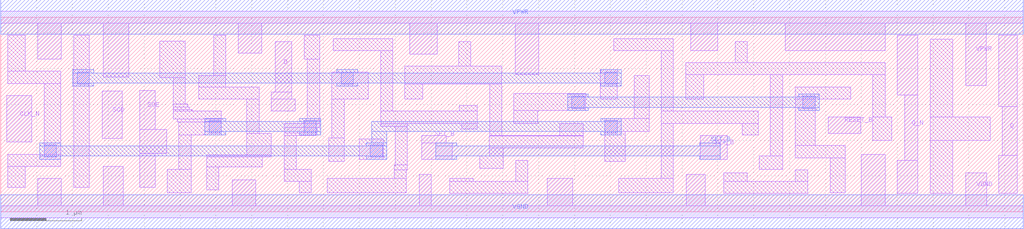
<source format=lef>
# Copyright 2020 The SkyWater PDK Authors
#
# Licensed under the Apache License, Version 2.0 (the "License");
# you may not use this file except in compliance with the License.
# You may obtain a copy of the License at
#
#     https://www.apache.org/licenses/LICENSE-2.0
#
# Unless required by applicable law or agreed to in writing, software
# distributed under the License is distributed on an "AS IS" BASIS,
# WITHOUT WARRANTIES OR CONDITIONS OF ANY KIND, either express or implied.
# See the License for the specific language governing permissions and
# limitations under the License.
#
# SPDX-License-Identifier: Apache-2.0

VERSION 5.5 ;
NAMESCASESENSITIVE ON ;
BUSBITCHARS "[]" ;
DIVIDERCHAR "/" ;
MACRO sky130_fd_sc_hd__sdfbbn_1
  CLASS CORE ;
  SOURCE USER ;
  ORIGIN  0.000000  0.000000 ;
  SIZE  14.26000 BY  2.720000 ;
  SYMMETRY X Y R90 ;
  SITE unithd ;
  PIN D
    ANTENNAGATEAREA  0.126000 ;
    DIRECTION INPUT ;
    USE SIGNAL ;
    PORT
      LAYER li1 ;
        RECT 3.775000 1.405000 4.105000 1.575000 ;
        RECT 3.775000 1.575000 4.060000 1.675000 ;
        RECT 3.825000 1.675000 4.060000 2.375000 ;
    END
  END D
  PIN Q
    ANTENNADIFFAREA  0.429000 ;
    DIRECTION OUTPUT ;
    USE SIGNAL ;
    PORT
      LAYER li1 ;
        RECT 13.915000 0.255000 14.175000 0.785000 ;
        RECT 13.915000 1.470000 14.175000 2.465000 ;
        RECT 13.965000 0.785000 14.175000 1.470000 ;
    END
  END Q
  PIN Q_N
    ANTENNADIFFAREA  0.429000 ;
    DIRECTION OUTPUT ;
    USE SIGNAL ;
    PORT
      LAYER li1 ;
        RECT 12.500000 0.255000 12.785000 0.715000 ;
        RECT 12.500000 1.630000 12.785000 2.465000 ;
        RECT 12.605000 0.715000 12.785000 1.630000 ;
    END
  END Q_N
  PIN RESET_B
    ANTENNAGATEAREA  0.159000 ;
    DIRECTION INPUT ;
    USE SIGNAL ;
    PORT
      LAYER li1 ;
        RECT 11.535000 1.095000 11.990000 1.325000 ;
    END
  END RESET_B
  PIN SCD
    ANTENNAGATEAREA  0.159000 ;
    DIRECTION INPUT ;
    USE SIGNAL ;
    PORT
      LAYER li1 ;
        RECT 1.415000 1.025000 1.695000 1.685000 ;
    END
  END SCD
  PIN SCE
    ANTENNAGATEAREA  0.252000 ;
    DIRECTION INPUT ;
    USE SIGNAL ;
    PORT
      LAYER li1 ;
        RECT 1.935000 0.345000 2.155000 0.815000 ;
        RECT 1.935000 0.815000 2.315000 1.150000 ;
        RECT 1.935000 1.150000 2.155000 1.695000 ;
    END
  END SCE
  PIN SET_B
    ANTENNAGATEAREA  0.252000 ;
    DIRECTION INPUT ;
    USE SIGNAL ;
    PORT
      LAYER li1 ;
        RECT 5.870000 0.735000 6.295000 0.965000 ;
        RECT 5.870000 0.965000 6.215000 1.065000 ;
    END
    PORT
      LAYER li1 ;
        RECT 9.755000 0.735000 10.130000 1.065000 ;
    END
    PORT
      LAYER met1 ;
        RECT 6.065000 0.735000  6.355000 0.780000 ;
        RECT 6.065000 0.780000 10.035000 0.920000 ;
        RECT 6.065000 0.920000  6.355000 0.965000 ;
        RECT 9.745000 0.735000 10.035000 0.780000 ;
        RECT 9.745000 0.920000 10.035000 0.965000 ;
    END
  END SET_B
  PIN CLK_N
    ANTENNAGATEAREA  0.159000 ;
    DIRECTION INPUT ;
    USE CLOCK ;
    PORT
      LAYER li1 ;
        RECT 0.085000 0.975000 0.435000 1.625000 ;
    END
  END CLK_N
  PIN VGND
    DIRECTION INOUT ;
    SHAPE ABUTMENT ;
    USE GROUND ;
    PORT
      LAYER li1 ;
        RECT  0.000000 -0.085000 14.260000 0.085000 ;
        RECT  0.515000  0.085000  0.845000 0.465000 ;
        RECT  1.430000  0.085000  1.705000 0.635000 ;
        RECT  3.225000  0.085000  3.555000 0.445000 ;
        RECT  5.835000  0.085000  6.005000 0.525000 ;
        RECT  7.620000  0.085000  7.975000 0.465000 ;
        RECT  9.560000  0.085000  9.820000 0.525000 ;
        RECT 12.000000  0.085000 12.330000 0.805000 ;
        RECT 13.455000  0.085000 13.745000 0.545000 ;
    END
    PORT
      LAYER met1 ;
        RECT 0.000000 -0.240000 14.260000 0.240000 ;
    END
  END VGND
  PIN VPWR
    DIRECTION INOUT ;
    SHAPE ABUTMENT ;
    USE POWER ;
    PORT
      LAYER li1 ;
        RECT  0.000000 2.635000 14.260000 2.805000 ;
        RECT  0.515000 2.135000  0.845000 2.635000 ;
        RECT  1.430000 1.885000  1.785000 2.635000 ;
        RECT  3.310000 2.215000  3.640000 2.635000 ;
        RECT  5.705000 2.205000  6.085000 2.635000 ;
        RECT  7.175000 1.915000  7.505000 2.635000 ;
        RECT  9.620000 2.255000 10.000000 2.635000 ;
        RECT 10.940000 2.255000 12.330000 2.635000 ;
        RECT 13.455000 1.765000 13.740000 2.635000 ;
    END
    PORT
      LAYER met1 ;
        RECT 0.000000 2.480000 14.260000 2.960000 ;
    END
  END VPWR
  OBS
    LAYER li1 ;
      RECT  0.095000 0.345000  0.345000 0.635000 ;
      RECT  0.095000 0.635000  0.835000 0.805000 ;
      RECT  0.095000 1.795000  0.835000 1.965000 ;
      RECT  0.095000 1.965000  0.345000 2.465000 ;
      RECT  0.605000 0.805000  0.835000 1.795000 ;
      RECT  1.015000 0.345000  1.235000 2.465000 ;
      RECT  2.215000 1.875000  2.575000 2.385000 ;
      RECT  2.325000 0.265000  2.655000 0.595000 ;
      RECT  2.405000 1.295000  3.075000 1.405000 ;
      RECT  2.405000 1.405000  2.670000 1.430000 ;
      RECT  2.405000 1.430000  2.630000 1.465000 ;
      RECT  2.405000 1.465000  2.605000 1.505000 ;
      RECT  2.405000 1.505000  2.575000 1.875000 ;
      RECT  2.460000 1.255000  3.075000 1.295000 ;
      RECT  2.485000 0.595000  2.655000 1.075000 ;
      RECT  2.485000 1.075000  3.075000 1.255000 ;
      RECT  2.760000 1.575000  3.605000 1.745000 ;
      RECT  2.760000 1.745000  3.140000 1.905000 ;
      RECT  2.870000 0.305000  3.040000 0.625000 ;
      RECT  2.870000 0.625000  3.645000 0.765000 ;
      RECT  2.870000 0.765000  3.770000 0.795000 ;
      RECT  2.970000 1.905000  3.140000 2.465000 ;
      RECT  3.430000 0.795000  3.770000 1.095000 ;
      RECT  3.430000 1.095000  3.605000 1.575000 ;
      RECT  3.950000 0.425000  4.330000 0.595000 ;
      RECT  3.950000 0.595000  4.120000 1.065000 ;
      RECT  3.950000 1.065000  4.400000 1.105000 ;
      RECT  3.950000 1.105000  4.410000 1.175000 ;
      RECT  3.950000 1.175000  4.445000 1.235000 ;
      RECT  4.160000 0.265000  4.330000 0.425000 ;
      RECT  4.225000 1.235000  4.445000 1.275000 ;
      RECT  4.230000 2.135000  4.445000 2.465000 ;
      RECT  4.245000 1.275000  4.445000 1.305000 ;
      RECT  4.275000 1.305000  4.445000 2.135000 ;
      RECT  4.555000 0.265000  5.655000 0.465000 ;
      RECT  4.570000 0.705000  4.790000 1.035000 ;
      RECT  4.615000 1.035000  4.790000 1.575000 ;
      RECT  4.615000 1.575000  5.125000 1.955000 ;
      RECT  4.635000 2.250000  5.465000 2.420000 ;
      RECT  5.000000 0.735000  5.330000 1.015000 ;
      RECT  5.295000 1.195000  5.670000 1.235000 ;
      RECT  5.295000 1.235000  6.645000 1.405000 ;
      RECT  5.295000 1.405000  5.465000 2.250000 ;
      RECT  5.485000 0.465000  5.655000 0.585000 ;
      RECT  5.485000 0.585000  5.670000 0.655000 ;
      RECT  5.500000 0.655000  5.670000 1.195000 ;
      RECT  5.635000 1.575000  5.885000 1.785000 ;
      RECT  5.635000 1.785000  6.985000 2.035000 ;
      RECT  6.260000 0.255000  7.350000 0.425000 ;
      RECT  6.260000 0.425000  6.590000 0.465000 ;
      RECT  6.385000 2.035000  6.555000 2.375000 ;
      RECT  6.395000 1.405000  6.645000 1.485000 ;
      RECT  6.425000 1.155000  6.645000 1.235000 ;
      RECT  6.680000 0.610000  7.010000 0.780000 ;
      RECT  6.810000 0.780000  7.010000 0.895000 ;
      RECT  6.810000 0.895000  8.125000 1.060000 ;
      RECT  6.815000 1.060000  8.125000 1.065000 ;
      RECT  6.815000 1.065000  6.985000 1.785000 ;
      RECT  7.155000 1.235000  7.485000 1.415000 ;
      RECT  7.155000 1.415000  8.160000 1.655000 ;
      RECT  7.180000 0.425000  7.350000 0.715000 ;
      RECT  7.795000 1.065000  8.125000 1.235000 ;
      RECT  8.360000 1.575000  8.595000 1.985000 ;
      RECT  8.420000 0.705000  8.705000 1.125000 ;
      RECT  8.420000 1.125000  9.040000 1.305000 ;
      RECT  8.550000 2.250000  9.380000 2.420000 ;
      RECT  8.615000 0.265000  9.380000 0.465000 ;
      RECT  8.835000 1.305000  9.040000 1.905000 ;
      RECT  9.210000 0.465000  9.380000 1.235000 ;
      RECT  9.210000 1.235000 10.560000 1.405000 ;
      RECT  9.210000 1.405000  9.380000 2.250000 ;
      RECT  9.550000 1.575000  9.800000 1.915000 ;
      RECT  9.550000 1.915000 12.330000 2.085000 ;
      RECT 10.080000 0.255000 11.250000 0.425000 ;
      RECT 10.080000 0.425000 10.410000 0.545000 ;
      RECT 10.240000 2.085000 10.410000 2.375000 ;
      RECT 10.340000 1.075000 10.560000 1.235000 ;
      RECT 10.575000 0.595000 10.905000 0.780000 ;
      RECT 10.730000 0.780000 10.905000 1.915000 ;
      RECT 11.075000 0.425000 11.250000 0.585000 ;
      RECT 11.080000 0.755000 11.775000 0.925000 ;
      RECT 11.080000 0.925000 11.355000 1.575000 ;
      RECT 11.080000 1.575000 11.855000 1.745000 ;
      RECT 11.565000 0.265000 11.775000 0.755000 ;
      RECT 12.160000 0.995000 12.425000 1.325000 ;
      RECT 12.160000 1.325000 12.330000 1.915000 ;
      RECT 12.960000 0.255000 13.275000 0.995000 ;
      RECT 12.960000 0.995000 13.795000 1.325000 ;
      RECT 12.960000 1.325000 13.275000 2.415000 ;
    LAYER mcon ;
      RECT  0.605000 0.765000  0.775000 0.935000 ;
      RECT  1.065000 1.785000  1.235000 1.955000 ;
      RECT  2.905000 1.105000  3.075000 1.275000 ;
      RECT  4.230000 1.105000  4.400000 1.275000 ;
      RECT  4.745000 1.785000  4.915000 1.955000 ;
      RECT  5.155000 0.765000  5.325000 0.935000 ;
      RECT  7.965000 1.445000  8.135000 1.615000 ;
      RECT  8.425000 1.105000  8.595000 1.275000 ;
      RECT  8.425000 1.785000  8.595000 1.955000 ;
      RECT 11.185000 1.445000 11.355000 1.615000 ;
    LAYER met1 ;
      RECT  0.545000 0.735000  0.835000 0.780000 ;
      RECT  0.545000 0.780000  5.385000 0.920000 ;
      RECT  0.545000 0.920000  0.835000 0.965000 ;
      RECT  1.005000 1.755000  1.295000 1.800000 ;
      RECT  1.005000 1.800000  8.655000 1.940000 ;
      RECT  1.005000 1.940000  1.295000 1.985000 ;
      RECT  2.845000 1.075000  3.135000 1.120000 ;
      RECT  2.845000 1.120000  4.460000 1.260000 ;
      RECT  2.845000 1.260000  3.135000 1.305000 ;
      RECT  4.170000 1.075000  4.460000 1.120000 ;
      RECT  4.170000 1.260000  4.460000 1.305000 ;
      RECT  4.685000 1.755000  4.975000 1.800000 ;
      RECT  4.685000 1.940000  4.975000 1.985000 ;
      RECT  5.095000 0.735000  5.385000 0.780000 ;
      RECT  5.095000 0.920000  5.385000 0.965000 ;
      RECT  5.170000 0.965000  5.385000 1.120000 ;
      RECT  5.170000 1.120000  8.655000 1.260000 ;
      RECT  7.905000 1.415000  8.195000 1.460000 ;
      RECT  7.905000 1.460000 11.415000 1.600000 ;
      RECT  7.905000 1.600000  8.195000 1.645000 ;
      RECT  8.365000 1.075000  8.655000 1.120000 ;
      RECT  8.365000 1.260000  8.655000 1.305000 ;
      RECT  8.365000 1.755000  8.655000 1.800000 ;
      RECT  8.365000 1.940000  8.655000 1.985000 ;
      RECT 11.125000 1.415000 11.415000 1.460000 ;
      RECT 11.125000 1.600000 11.415000 1.645000 ;
  END
END sky130_fd_sc_hd__sdfbbn_1

</source>
